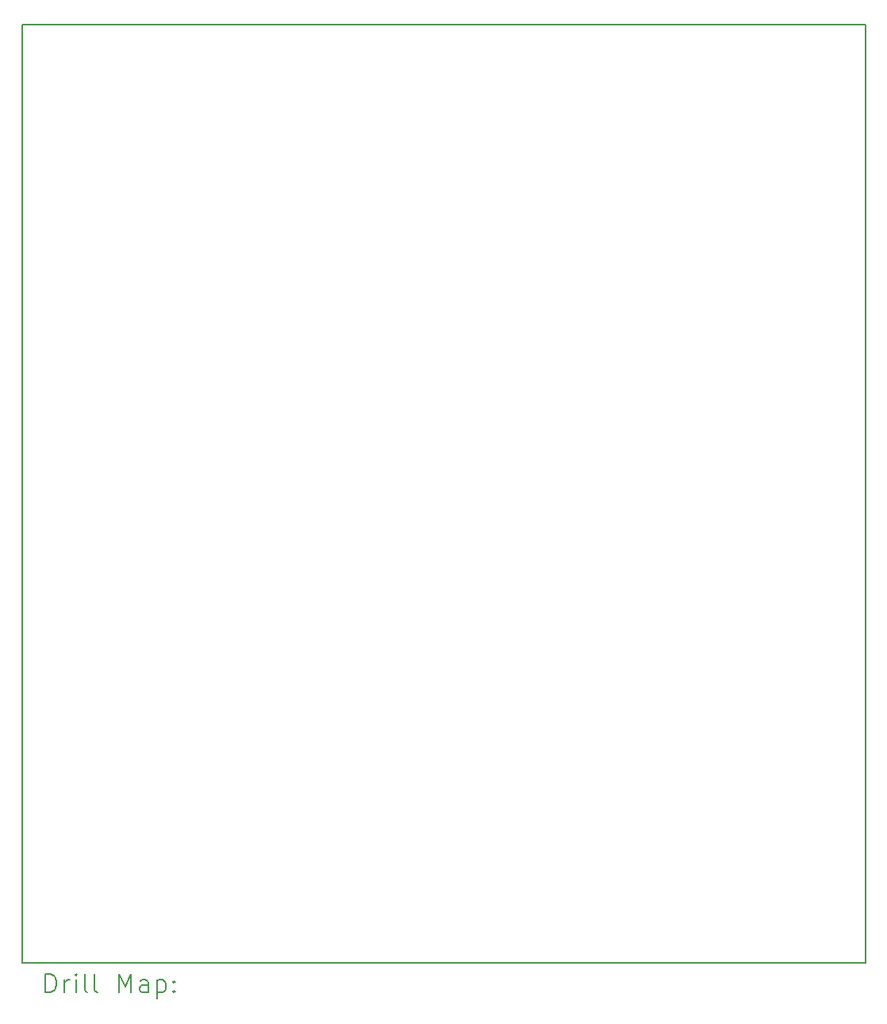
<source format=gbr>
%TF.GenerationSoftware,KiCad,Pcbnew,7.0.11-7.0.11~ubuntu22.04.1*%
%TF.CreationDate,2024-06-01T19:22:42-03:00*%
%TF.ProjectId,Fonte_tensao_LM675_v05b,466f6e74-655f-4746-956e-73616f5f4c4d,v02*%
%TF.SameCoordinates,Original*%
%TF.FileFunction,Drillmap*%
%TF.FilePolarity,Positive*%
%FSLAX45Y45*%
G04 Gerber Fmt 4.5, Leading zero omitted, Abs format (unit mm)*
G04 Created by KiCad (PCBNEW 7.0.11-7.0.11~ubuntu22.04.1) date 2024-06-01 19:22:42*
%MOMM*%
%LPD*%
G01*
G04 APERTURE LIST*
%ADD10C,0.150000*%
%ADD11C,0.200000*%
G04 APERTURE END LIST*
D10*
X19160000Y-5080000D02*
X10160000Y-5080000D01*
X19160000Y-15080000D02*
X19160000Y-5080000D01*
X19159982Y-15079980D02*
X10160000Y-15079980D01*
X10160000Y-5080000D02*
X10160000Y-15079980D01*
D11*
X10413277Y-15398984D02*
X10413277Y-15198984D01*
X10413277Y-15198984D02*
X10460896Y-15198984D01*
X10460896Y-15198984D02*
X10489467Y-15208508D01*
X10489467Y-15208508D02*
X10508515Y-15227555D01*
X10508515Y-15227555D02*
X10518039Y-15246603D01*
X10518039Y-15246603D02*
X10527563Y-15284698D01*
X10527563Y-15284698D02*
X10527563Y-15313269D01*
X10527563Y-15313269D02*
X10518039Y-15351365D01*
X10518039Y-15351365D02*
X10508515Y-15370412D01*
X10508515Y-15370412D02*
X10489467Y-15389460D01*
X10489467Y-15389460D02*
X10460896Y-15398984D01*
X10460896Y-15398984D02*
X10413277Y-15398984D01*
X10613277Y-15398984D02*
X10613277Y-15265650D01*
X10613277Y-15303746D02*
X10622801Y-15284698D01*
X10622801Y-15284698D02*
X10632324Y-15275174D01*
X10632324Y-15275174D02*
X10651372Y-15265650D01*
X10651372Y-15265650D02*
X10670420Y-15265650D01*
X10737086Y-15398984D02*
X10737086Y-15265650D01*
X10737086Y-15198984D02*
X10727563Y-15208508D01*
X10727563Y-15208508D02*
X10737086Y-15218031D01*
X10737086Y-15218031D02*
X10746610Y-15208508D01*
X10746610Y-15208508D02*
X10737086Y-15198984D01*
X10737086Y-15198984D02*
X10737086Y-15218031D01*
X10860896Y-15398984D02*
X10841848Y-15389460D01*
X10841848Y-15389460D02*
X10832324Y-15370412D01*
X10832324Y-15370412D02*
X10832324Y-15198984D01*
X10965658Y-15398984D02*
X10946610Y-15389460D01*
X10946610Y-15389460D02*
X10937086Y-15370412D01*
X10937086Y-15370412D02*
X10937086Y-15198984D01*
X11194229Y-15398984D02*
X11194229Y-15198984D01*
X11194229Y-15198984D02*
X11260896Y-15341841D01*
X11260896Y-15341841D02*
X11327562Y-15198984D01*
X11327562Y-15198984D02*
X11327562Y-15398984D01*
X11508515Y-15398984D02*
X11508515Y-15294222D01*
X11508515Y-15294222D02*
X11498991Y-15275174D01*
X11498991Y-15275174D02*
X11479943Y-15265650D01*
X11479943Y-15265650D02*
X11441848Y-15265650D01*
X11441848Y-15265650D02*
X11422801Y-15275174D01*
X11508515Y-15389460D02*
X11489467Y-15398984D01*
X11489467Y-15398984D02*
X11441848Y-15398984D01*
X11441848Y-15398984D02*
X11422801Y-15389460D01*
X11422801Y-15389460D02*
X11413277Y-15370412D01*
X11413277Y-15370412D02*
X11413277Y-15351365D01*
X11413277Y-15351365D02*
X11422801Y-15332317D01*
X11422801Y-15332317D02*
X11441848Y-15322793D01*
X11441848Y-15322793D02*
X11489467Y-15322793D01*
X11489467Y-15322793D02*
X11508515Y-15313269D01*
X11603753Y-15265650D02*
X11603753Y-15465650D01*
X11603753Y-15275174D02*
X11622801Y-15265650D01*
X11622801Y-15265650D02*
X11660896Y-15265650D01*
X11660896Y-15265650D02*
X11679943Y-15275174D01*
X11679943Y-15275174D02*
X11689467Y-15284698D01*
X11689467Y-15284698D02*
X11698991Y-15303746D01*
X11698991Y-15303746D02*
X11698991Y-15360888D01*
X11698991Y-15360888D02*
X11689467Y-15379936D01*
X11689467Y-15379936D02*
X11679943Y-15389460D01*
X11679943Y-15389460D02*
X11660896Y-15398984D01*
X11660896Y-15398984D02*
X11622801Y-15398984D01*
X11622801Y-15398984D02*
X11603753Y-15389460D01*
X11784705Y-15379936D02*
X11794229Y-15389460D01*
X11794229Y-15389460D02*
X11784705Y-15398984D01*
X11784705Y-15398984D02*
X11775182Y-15389460D01*
X11775182Y-15389460D02*
X11784705Y-15379936D01*
X11784705Y-15379936D02*
X11784705Y-15398984D01*
X11784705Y-15275174D02*
X11794229Y-15284698D01*
X11794229Y-15284698D02*
X11784705Y-15294222D01*
X11784705Y-15294222D02*
X11775182Y-15284698D01*
X11775182Y-15284698D02*
X11784705Y-15275174D01*
X11784705Y-15275174D02*
X11784705Y-15294222D01*
M02*

</source>
